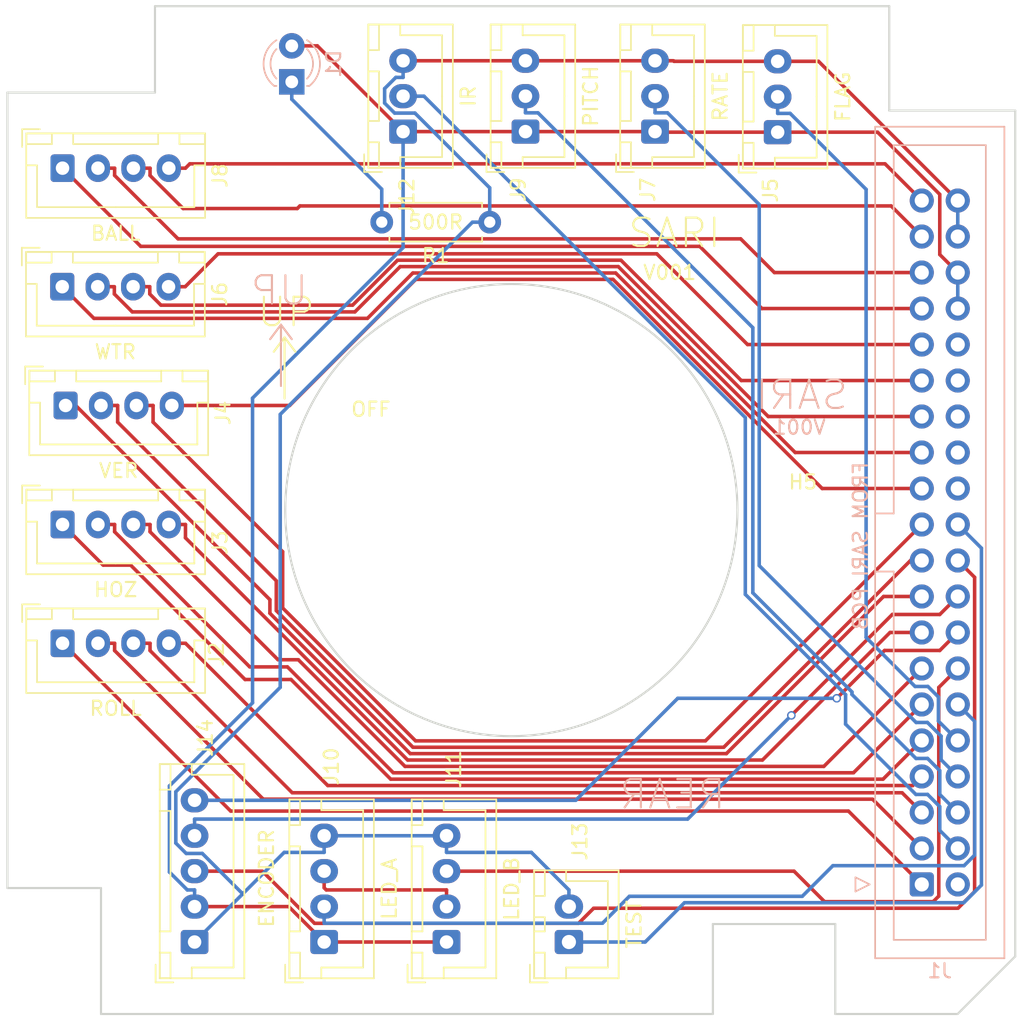
<source format=kicad_pcb>
(kicad_pcb (version 20211014) (generator pcbnew)
  (title_block (date "mar. 31 mars 2015"))
  (layers (0 "F.Cu" signal) (31 "B.Cu" signal) (34 "B.Paste" user) (35 "F.Paste" user) (36 "B.SilkS" user "B.Silkscreen") (37 "F.SilkS" user "F.Silkscreen") (38 "B.Mask" user) (39 "F.Mask" user) (44 "Edge.Cuts" user))
  (net 0 "")
  (net 2 "/GND")
  (net 3 "/ROLL_2B")
  (net 4 "/ROLL_2A")
  (net 5 "/ROLL_1A")
  (net 6 "/ROLL_1B")
  (net 7 "/HOZ_2B")
  (net 8 "/HOZ_2A")
  (net 9 "/HOZ_1A")
  (net 10 "/HOZ_1B")
  (net 11 "/ZERO_IR")
  (net 12 "/SERVO_PITCH")
  (net 13 "/VER_2B")
  (net 14 "/VER_2A")
  (net 15 "/VER_1A")
  (net 16 "/VER_1B")
  (net 17 "/LED_DATA_IN")
  (net 18 "/LED_DATA_OUT")
  (net 19 "/ENCODER_A")
  (net 20 "/ENCODER_B")
  (net 21 "/ENCODER_PUSH")
  (net 22 "/WL_2B")
  (net 23 "/WL_2A")
  (net 24 "/WL_1A")
  (net 25 "/WL_1B")
  (net 26 "/TEST_PUSH")
  (net 27 "/5VDC")
  (net 28 "/BALL_2B")
  (net 29 "/BALL_2A")
  (net 30 "/BALL_1A")
  (net 31 "/BALL_1B")
  (net 32 "/SERVO_RATE")
  (net 33 "/SERVO_FLAG")
  (net 39 "/LED_LOOP")
  (net 40 "Net-(D1-Pad1)")
  (footprint "Connector_JST:JST_XH_B4B-XH-A_1x04_P2.50mm_Vertical" (layer "F.Cu") (at 159.512 103.632 90)
    (fp_text reference "J10" (at 12.386 0.508 90) (layer "F.SilkS"))
    (fp_text value "LED_A" (at 3.75 4.6 90) (layer "F.SilkS"))
    (pad "1" thru_hole roundrect (at 0 0 90) (size 1.7 1.95) (drill 0.95) (layers *.Cu *.Mask) (roundrect_rratio 0.147059) (net 27 "/5VDC"))
    (pad "2" thru_hole oval (at 2.5 0 90) (size 1.7 1.95) (drill 0.95) (layers *.Cu *.Mask) (net 17 "/LED_DATA_IN"))
    (pad "3" thru_hole oval (at 5 0 90) (size 1.7 1.95) (drill 0.95) (layers *.Cu *.Mask) (net 39 "/LED_LOOP"))
    (pad "4" thru_hole oval (at 7.5 0 90) (size 1.7 1.95) (drill 0.95) (layers *.Cu *.Mask) (net 2 "/GND"))
  )
  (footprint "Resistor_THT:R_Axial_DIN0207_L6.3mm_D2.5mm_P7.62mm_Horizontal" (layer "F.Cu") (at 171.196 52.832 180)
    (fp_text reference "R1" (at 3.81 -2.37) (layer "F.SilkS"))
    (fp_text value "R")
    (pad "1" thru_hole circle (at 0 0 180) (size 1.6 1.6) (drill 0.8) (layers *.Cu *.Mask) (net 2 "/GND"))
    (pad "2" thru_hole oval (at 7.62 0 180) (size 1.6 1.6) (drill 0.8) (layers *.Cu *.Mask) (net 40 "Net-(D1-Pad1)"))
  )
  (footprint "Connector_JST:JST_XH_B3B-XH-A_1x03_P2.50mm_Vertical" (layer "F.Cu") (at 165.083 46.442 90)
    (fp_text reference "J12" (at -4.612 0.271 90) (layer "F.SilkS"))
    (fp_text value "IR" (at 2.5 4.6 90) (layer "F.SilkS"))
    (pad "1" thru_hole roundrect (at 0 0 90) (size 1.7 1.95) (drill 0.95) (layers *.Cu *.Mask) (roundrect_rratio 0.147059) (net 27 "/5VDC"))
    (pad "2" thru_hole oval (at 2.5 0 90) (size 1.7 1.95) (drill 0.95) (layers *.Cu *.Mask) (net 11 "/ZERO_IR"))
    (pad "3" thru_hole oval (at 5 0 90) (size 1.7 1.95) (drill 0.95) (layers *.Cu *.Mask) (net 2 "/GND"))
  )
  (footprint "Connector_JST:JST_XH_B4B-XH-A_1x04_P2.50mm_Vertical" (layer "F.Cu") (at 168.148 103.632 90)
    (fp_text reference "J11" (at 12.192 0.508 90) (layer "F.SilkS"))
    (fp_text value "LED_B" (at 3.75 4.6 90) (layer "F.SilkS"))
    (pad "1" thru_hole roundrect (at 0 0 90) (size 1.7 1.95) (drill 0.95) (layers *.Cu *.Mask) (roundrect_rratio 0.147059) (net 27 "/5VDC"))
    (pad "2" thru_hole oval (at 2.5 0 90) (size 1.7 1.95) (drill 0.95) (layers *.Cu *.Mask) (net 39 "/LED_LOOP"))
    (pad "3" thru_hole oval (at 5 0 90) (size 1.7 1.95) (drill 0.95) (layers *.Cu *.Mask) (net 18 "/LED_DATA_OUT"))
    (pad "4" thru_hole oval (at 7.5 0 90) (size 1.7 1.95) (drill 0.95) (layers *.Cu *.Mask) (net 2 "/GND"))
  )
  (footprint "Connector_JST:JST_XH_B4B-XH-A_1x04_P2.50mm_Vertical" (layer "F.Cu") (at 141.05 74.168)
    (fp_text reference "J3" (at 11.116 1.287 90) (layer "F.SilkS"))
    (fp_text value "HOZ" (at 3.75 4.6) (layer "F.SilkS"))
    (pad "1" thru_hole roundrect (at 0 0) (size 1.7 1.95) (drill 0.95) (layers *.Cu *.Mask) (roundrect_rratio 0.147059) (net 10 "/HOZ_1B"))
    (pad "2" thru_hole oval (at 2.5 0) (size 1.7 1.95) (drill 0.95) (layers *.Cu *.Mask) (net 9 "/HOZ_1A"))
    (pad "3" thru_hole oval (at 5 0) (size 1.7 1.95) (drill 0.95) (layers *.Cu *.Mask) (net 8 "/HOZ_2A"))
    (pad "4" thru_hole oval (at 7.5 0) (size 1.7 1.95) (drill 0.95) (layers *.Cu *.Mask) (net 7 "/HOZ_2B"))
  )
  (footprint "Connector_JST:JST_XH_B3B-XH-A_1x03_P2.50mm_Vertical" (layer "F.Cu") (at 182.863 46.442 90)
    (fp_text reference "J7" (at -4.104 -0.508 90) (layer "F.SilkS"))
    (fp_text value "RATE" (at 2.5 4.6 90) (layer "F.SilkS"))
    (pad "1" thru_hole roundrect (at 0 0 90) (size 1.7 1.95) (drill 0.95) (layers *.Cu *.Mask) (roundrect_rratio 0.147059) (net 27 "/5VDC"))
    (pad "2" thru_hole oval (at 2.5 0 90) (size 1.7 1.95) (drill 0.95) (layers *.Cu *.Mask) (net 32 "/SERVO_RATE"))
    (pad "3" thru_hole oval (at 5 0 90) (size 1.7 1.95) (drill 0.95) (layers *.Cu *.Mask) (net 2 "/GND"))
  )
  (footprint "Connector_JST:JST_XH_B3B-XH-A_1x03_P2.50mm_Vertical" (layer "F.Cu") (at 191.516 46.482 90)
    (fp_text reference "J5" (at -4.104 -0.508 90) (layer "F.SilkS"))
    (fp_text value "FLAG" (at 2.5 4.6 90) (layer "F.SilkS"))
    (pad "1" thru_hole roundrect (at 0 0 90) (size 1.7 1.95) (drill 0.95) (layers *.Cu *.Mask) (roundrect_rratio 0.147059) (net 27 "/5VDC"))
    (pad "2" thru_hole oval (at 2.5 0 90) (size 1.7 1.95) (drill 0.95) (layers *.Cu *.Mask) (net 33 "/SERVO_FLAG"))
    (pad "3" thru_hole oval (at 5 0 90) (size 1.7 1.95) (drill 0.95) (layers *.Cu *.Mask) (net 2 "/GND"))
  )
  (footprint "MountingHole:MountingHole_2.5mm" (layer "F.Cu") (at 193.294 97.028)
    (fp_text reference "H1" hide)
    (fp_text value "H1")
    (pad "" np_thru_hole circle (at 0 0) (size 2.5 2.5) (drill 2.5) (layers *.Cu *.Mask))
  )
  (footprint "Connector_JST:JST_XH_B4B-XH-A_1x04_P2.50mm_Vertical" (layer "F.Cu") (at 141.03 57.387)
    (fp_text reference "J6" (at 11.116 0.525 90) (layer "F.SilkS"))
    (fp_text value "WTR" (at 3.75 4.6) (layer "F.SilkS"))
    (pad "1" thru_hole roundrect (at 0 0) (size 1.7 1.95) (drill 0.95) (layers *.Cu *.Mask) (roundrect_rratio 0.147059) (net 25 "/WL_1B"))
    (pad "2" thru_hole oval (at 2.5 0) (size 1.7 1.95) (drill 0.95) (layers *.Cu *.Mask) (net 24 "/WL_1A"))
    (pad "3" thru_hole oval (at 5 0) (size 1.7 1.95) (drill 0.95) (layers *.Cu *.Mask) (net 23 "/WL_2A"))
    (pad "4" thru_hole oval (at 7.5 0) (size 1.7 1.95) (drill 0.95) (layers *.Cu *.Mask) (net 22 "/WL_2B"))
  )
  (footprint "Connector_JST:JST_XH_B2B-XH-A_1x02_P2.50mm_Vertical" (layer "F.Cu") (at 176.784 103.632 90)
    (fp_text reference "J13" (at 7.092 0.779 90) (layer "F.SilkS"))
    (fp_text value "TEST" (at 1.25 4.6 90) (layer "F.SilkS"))
    (pad "1" thru_hole roundrect (at 0 0 90) (size 1.7 2) (drill 1) (layers *.Cu *.Mask) (roundrect_rratio 0.147059) (net 26 "/TEST_PUSH"))
    (pad "2" thru_hole oval (at 2.5 0 90) (size 1.7 2) (drill 1) (layers *.Cu *.Mask) (net 2 "/GND"))
  )
  (footprint "Connector_JST:JST_XH_B4B-XH-A_1x04_P2.50mm_Vertical" (layer "F.Cu") (at 141.264 65.769)
    (fp_text reference "J4" (at 11.116 0.525 90) (layer "F.SilkS"))
    (fp_text value "VER" (at 3.75 4.6) (layer "F.SilkS"))
    (pad "1" thru_hole roundrect (at 0 0) (size 1.7 1.95) (drill 0.95) (layers *.Cu *.Mask) (roundrect_rratio 0.147059) (net 16 "/VER_1B"))
    (pad "2" thru_hole oval (at 2.5 0) (size 1.7 1.95) (drill 0.95) (layers *.Cu *.Mask) (net 15 "/VER_1A"))
    (pad "3" thru_hole oval (at 5 0) (size 1.7 1.95) (drill 0.95) (layers *.Cu *.Mask) (net 14 "/VER_2A"))
    (pad "4" thru_hole oval (at 7.5 0) (size 1.7 1.95) (drill 0.95) (layers *.Cu *.Mask) (net 13 "/VER_2B"))
  )
  (footprint "MountingHole:MountingHole_2.5mm" (layer "F.Cu") (at 193.294 54.61)
    (fp_text reference "H2" hide)
    (fp_text value "H2")
    (pad "" np_thru_hole circle (at 0 0) (size 2.5 2.5) (drill 2.5) (layers *.Cu *.Mask))
  )
  (footprint "Connector_JST:JST_XH_B5B-XH-A_1x05_P2.50mm_Vertical" (layer "F.Cu") (at 150.368 103.632 90)
    (fp_text reference "J14" (at 14.398 0.762 90) (layer "F.SilkS"))
    (fp_text value "ENCODER" (at 4.492 5.08 90) (layer "F.SilkS"))
    (pad "1" thru_hole roundrect (at 0 0 90) (size 1.7 1.95) (drill 0.95) (layers *.Cu *.Mask) (roundrect_rratio 0.147059) (net 2 "/GND"))
    (pad "2" thru_hole oval (at 2.5 0 90) (size 1.7 1.95) (drill 0.95) (layers *.Cu *.Mask) (net 27 "/5VDC"))
    (pad "3" thru_hole oval (at 5 0 90) (size 1.7 1.95) (drill 0.95) (layers *.Cu *.Mask) (net 21 "/ENCODER_PUSH"))
    (pad "4" thru_hole oval (at 7.5 0 90) (size 1.7 1.95) (drill 0.95) (layers *.Cu *.Mask) (net 20 "/ENCODER_B"))
    (pad "5" thru_hole oval (at 10 0 90) (size 1.7 1.95) (drill 0.95) (layers *.Cu *.Mask) (net 19 "/ENCODER_A"))
  )
  (footprint "MountingHole:MountingHole_2.5mm" (layer "F.Cu") (at 193.294 74.676)
    (fp_text reference "H5" (at 0 -3.5) (layer "F.SilkS"))
    (fp_text value "H4")
    (pad "" np_thru_hole circle (at 0 0) (size 2.5 2.5) (drill 2.5) (layers *.Cu *.Mask))
  )
  (footprint "Connector_JST:JST_XH_B4B-XH-A_1x04_P2.50mm_Vertical" (layer "F.Cu") (at 141.05 49.022)
    (fp_text reference "J8" (at 11.116 0.525 90) (layer "F.SilkS"))
    (fp_text value "BALL" (at 3.75 4.6) (layer "F.SilkS"))
    (pad "1" thru_hole roundrect (at 0 0) (size 1.7 1.95) (drill 0.95) (layers *.Cu *.Mask) (roundrect_rratio 0.147059) (net 31 "/BALL_1B"))
    (pad "2" thru_hole oval (at 2.5 0) (size 1.7 1.95) (drill 0.95) (layers *.Cu *.Mask) (net 30 "/BALL_1A"))
    (pad "3" thru_hole oval (at 5 0) (size 1.7 1.95) (drill 0.95) (layers *.Cu *.Mask) (net 29 "/BALL_2A"))
    (pad "4" thru_hole oval (at 7.5 0) (size 1.7 1.95) (drill 0.95) (layers *.Cu *.Mask) (net 28 "/BALL_2B"))
  )
  (footprint "Connector_JST:JST_XH_B3B-XH-A_1x03_P2.50mm_Vertical" (layer "F.Cu") (at 173.719 46.442 90)
    (fp_text reference "J9" (at -4.104 -0.508 90) (layer "F.SilkS"))
    (fp_text value "PITCH" (at 2.5 4.6 90) (layer "F.SilkS"))
    (pad "1" thru_hole roundrect (at 0 0 90) (size 1.7 1.95) (drill 0.95) (layers *.Cu *.Mask) (roundrect_rratio 0.147059) (net 27 "/5VDC"))
    (pad "2" thru_hole oval (at 2.5 0 90) (size 1.7 1.95) (drill 0.95) (layers *.Cu *.Mask) (net 12 "/SERVO_PITCH"))
    (pad "3" thru_hole oval (at 5 0 90) (size 1.7 1.95) (drill 0.95) (layers *.Cu *.Mask) (net 2 "/GND"))
  )
  (footprint "MountingHole:MountingHole_2.5mm" (layer "F.Cu") (at 156.464 50.292)
    (fp_text reference "H4" hide)
    (fp_text value "H4")
    (pad "" np_thru_hole circle (at 0 0) (size 2.5 2.5) (drill 2.5) (layers *.Cu *.Mask))
  )
  (footprint "Connector_JST:JST_XH_B4B-XH-A_1x04_P2.50mm_Vertical" (layer "F.Cu") (at 141.05 82.55)
    (fp_text reference "J2" (at 10.862 0.779 270) (layer "F.SilkS"))
    (fp_text value "ROLL" (at 3.75 4.6) (layer "F.SilkS"))
    (pad "1" thru_hole roundrect (at 0 0) (size 1.7 1.95) (drill 0.95) (layers *.Cu *.Mask) (roundrect_rratio 0.147059) (net 6 "/ROLL_1B"))
    (pad "2" thru_hole oval (at 2.5 0) (size 1.7 1.95) (drill 0.95) (layers *.Cu *.Mask) (net 5 "/ROLL_1A"))
    (pad "3" thru_hole oval (at 5 0) (size 1.7 1.95) (drill 0.95) (layers *.Cu *.Mask) (net 4 "/ROLL_2A"))
    (pad "4" thru_hole oval (at 7.5 0) (size 1.7 1.95) (drill 0.95) (layers *.Cu *.Mask) (net 3 "/ROLL_2B"))
  )
  (footprint "MountingHole:MountingHole_2.5mm" (layer "F.Cu") (at 156.972 87.376)
    (fp_text reference "H3" hide)
    (fp_text value "H3")
    (pad "" np_thru_hole circle (at 0 0) (size 2.5 2.5) (drill 2.5) (layers *.Cu *.Mask))
  )
  (footprint "LED_THT:LED_D3.0mm" (layer "B.Cu") (at 157.226 42.931 90)
    (fp_text reference "D1" (at 1.27 2.96 90) (layer "B.SilkS") (effects (justify mirror)))
    (fp_text value "LED")
    (pad "1" thru_hole rect (at 0 0 90) (size 1.8 1.8) (drill 0.9) (layers *.Cu *.Mask) (net 40 "Net-(D1-Pad1)"))
    (pad "2" thru_hole circle (at 2.54 0 90) (size 1.8 1.8) (drill 0.9) (layers *.Cu *.Mask) (net 27 "/5VDC"))
  )
  (footprint "Connector_IDC:IDC-Header_2x20_P2.54mm_Vertical" (layer "B.Cu") (at 201.6855 99.568)
    (fp_text reference "J1" (at 1.27 6.1) (layer "B.SilkS") (effects (justify mirror)))
    (fp_text value "FROM SARI PCB" (at -4.3275 -23.876 90) (layer "B.SilkS") (effects (justify mirror)))
    (pad "1" thru_hole roundrect (at 0 0) (size 1.7 1.7) (drill 1) (layers *.Cu *.Mask) (roundrect_rratio 0.147059) (net 6 "/ROLL_1B"))
    (pad "2" thru_hole circle (at 2.54 0) (size 1.7 1.7) (drill 1) (layers *.Cu *.Mask))
    (pad "3" thru_hole circle (at 0 -2.54) (size 1.7 1.7) (drill 1) (layers *.Cu *.Mask) (net 5 "/ROLL_1A"))
    (pad "4" thru_hole circle (at 2.54 -2.54) (size 1.7 1.7) (drill 1) (layers *.Cu *.Mask) (net 11 "/ZERO_IR"))
    (pad "5" thru_hole circle (at 0 -5.08) (size 1.7 1.7) (drill 1) (layers *.Cu *.Mask) (net 4 "/ROLL_2A"))
    (pad "6" thru_hole circle (at 2.54 -5.08) (size 1.7 1.7) (drill 1) (layers *.Cu *.Mask) (net 12 "/SERVO_PITCH"))
    (pad "7" thru_hole circle (at 0 -7.62) (size 1.7 1.7) (drill 1) (layers *.Cu *.Mask) (net 3 "/ROLL_2B"))
    (pad "8" thru_hole circle (at 2.54 -7.62) (size 1.7 1.7) (drill 1) (layers *.Cu *.Mask) (net 32 "/SERVO_RATE"))
    (pad "9" thru_hole circle (at 0 -10.16) (size 1.7 1.7) (drill 1) (layers *.Cu *.Mask) (net 10 "/HOZ_1B"))
    (pad "10" thru_hole circle (at 2.54 -10.16) (size 1.7 1.7) (drill 1) (layers *.Cu *.Mask) (net 33 "/SERVO_FLAG"))
    (pad "11" thru_hole circle (at 0 -12.7) (size 1.7 1.7) (drill 1) (layers *.Cu *.Mask) (net 9 "/HOZ_1A"))
    (pad "12" thru_hole circle (at 2.54 -12.7) (size 1.7 1.7) (drill 1) (layers *.Cu *.Mask) (net 17 "/LED_DATA_IN"))
    (pad "13" thru_hole circle (at 0 -15.24) (size 1.7 1.7) (drill 1) (layers *.Cu *.Mask) (net 8 "/HOZ_2A"))
    (pad "14" thru_hole circle (at 2.54 -15.24) (size 1.7 1.7) (drill 1) (layers *.Cu *.Mask) (net 18 "/LED_DATA_OUT"))
    (pad "15" thru_hole circle (at 0 -17.78) (size 1.7 1.7) (drill 1) (layers *.Cu *.Mask) (net 7 "/HOZ_2B"))
    (pad "16" thru_hole circle (at 2.54 -17.78) (size 1.7 1.7) (drill 1) (layers *.Cu *.Mask) (net 19 "/ENCODER_A"))
    (pad "17" thru_hole circle (at 0 -20.32) (size 1.7 1.7) (drill 1) (layers *.Cu *.Mask) (net 16 "/VER_1B"))
    (pad "18" thru_hole circle (at 2.54 -20.32) (size 1.7 1.7) (drill 1) (layers *.Cu *.Mask) (net 20 "/ENCODER_B"))
    (pad "19" thru_hole circle (at 0 -22.86) (size 1.7 1.7) (drill 1) (layers *.Cu *.Mask) (net 15 "/VER_1A"))
    (pad "20" thru_hole circle (at 2.54 -22.86) (size 1.7 1.7) (drill 1) (layers *.Cu *.Mask) (net 21 "/ENCODER_PUSH"))
    (pad "21" thru_hole circle (at 0 -25.4) (size 1.7 1.7) (drill 1) (layers *.Cu *.Mask) (net 14 "/VER_2A"))
    (pad "22" thru_hole circle (at 2.54 -25.4) (size 1.7 1.7) (drill 1) (layers *.Cu *.Mask) (net 26 "/TEST_PUSH"))
    (pad "23" thru_hole circle (at 0 -27.94) (size 1.7 1.7) (drill 1) (layers *.Cu *.Mask) (net 13 "/VER_2B"))
    (pad "24" thru_hole circle (at 2.54 -27.94) (size 1.7 1.7) (drill 1) (layers *.Cu *.Mask))
    (pad "25" thru_hole circle (at 0 -30.48) (size 1.7 1.7) (drill 1) (layers *.Cu *.Mask) (net 25 "/WL_1B"))
    (pad "26" thru_hole circle (at 2.54 -30.48) (size 1.7 1.7) (drill 1) (layers *.Cu *.Mask))
    (pad "27" thru_hole circle (at 0 -33.02) (size 1.7 1.7) (drill 1) (layers *.Cu *.Mask) (net 24 "/WL_1A"))
    (pad "28" thru_hole circle (at 2.54 -33.02) (size 1.7 1.7) (drill 1) (layers *.Cu *.Mask))
    (pad "29" thru_hole circle (at 0 -35.56) (size 1.7 1.7) (drill 1) (layers *.Cu *.Mask) (net 23 "/WL_2A"))
    (pad "30" thru_hole circle (at 2.54 -35.56) (size 1.7 1.7) (drill 1) (layers *.Cu *.Mask))
    (pad "31" thru_hole circle (at 0 -38.1) (size 1.7 1.7) (drill 1) (layers *.Cu *.Mask) (net 22 "/WL_2B"))
    (pad "32" thru_hole circle (at 2.54 -38.1) (size 1.7 1.7) (drill 1) (layers *.Cu *.Mask))
    (pad "33" thru_hole circle (at 0 -40.64) (size 1.7 1.7) (drill 1) (layers *.Cu *.Mask) (net 31 "/BALL_1B"))
    (pad "34" thru_hole circle (at 2.54 -40.64) (size 1.7 1.7) (drill 1) (layers *.Cu *.Mask) (net 27 "/5VDC"))
    (pad "35" thru_hole circle (at 0 -43.18) (size 1.7 1.7) (drill 1) (layers *.Cu *.Mask) (net 30 "/BALL_1A"))
    (pad "36" thru_hole circle (at 2.54 -43.18) (size 1.7 1.7) (drill 1) (layers *.Cu *.Mask) (net 27 "/5VDC"))
    (pad "37" thru_hole circle (at 0 -45.72) (size 1.7 1.7) (drill 1) (layers *.Cu *.Mask) (net 29 "/BALL_2A"))
    (pad "38" thru_hole circle (at 2.54 -45.72) (size 1.7 1.7) (drill 1) (layers *.Cu *.Mask) (net 2 "/GND"))
    (pad "39" thru_hole circle (at 0 -48.26) (size 1.7 1.7) (drill 1) (layers *.Cu *.Mask) (net 28 "/BALL_2B"))
    (pad "40" thru_hole circle (at 2.54 -48.26) (size 1.7 1.7) (drill 1) (layers *.Cu *.Mask) (net 2 "/GND"))
  )
  (gr_line (start 157.226 61.087) (end 156.464 60.071) (layer "B.SilkS") (width 0.15))
  (gr_line (start 156.464 64.389) (end 156.464 60.071) (layer "B.SilkS") (width 0.15))
  (gr_line (start 155.702 61.087) (end 156.464 60.071) (layer "B.SilkS") (width 0.15))
  (gr_line (start 156.718 60.96) (end 156.718 65.278) (layer "F.SilkS") (width 0.15))
  (gr_line (start 156.718 60.96) (end 157.48 61.976) (layer "F.SilkS") (width 0.15))
  (gr_line (start 156.718 60.96) (end 155.956 61.976) (layer "F.SilkS") (width 0.15))
  (gr_line (start 195.58 108.712) (end 204.216 108.712) (layer "Edge.Cuts") (width 0.15))
  (gr_line (start 199.39 44.958) (end 199.39 37.592) (layer "Edge.Cuts") (width 0.15))
  (gr_line (start 137.16 43.688) (end 147.574 43.688) (layer "Edge.Cuts") (width 0.15))
  (gr_line (start 208.28 104.648) (end 204.47 108.458) (layer "Edge.Cuts") (width 0.15))
  (gr_line (start 137.16 99.822) (end 137.16 43.688) (layer "Edge.Cuts") (width 0.15))
  (gr_line (start 208.28 44.958) (end 199.39 44.958) (layer "Edge.Cuts") (width 0.15))
  (gr_line (start 143.764 99.822) (end 137.16 99.822) (layer "Edge.Cuts") (width 0.15))
  (gr_line (start 143.764 108.712) (end 143.764 99.822) (layer "Edge.Cuts") (width 0.15))
  (gr_line (start 195.58 102.362) (end 195.58 108.712) (layer "Edge.Cuts") (width 0.15))
  (gr_circle (center 172.72 73.152) (end 168.91 57.658) (layer "Edge.Cuts") (width 0.15) (fill none))
  (gr_line (start 186.944 108.712) (end 143.764 108.712) (layer "Edge.Cuts") (width 0.15))
  (gr_line (start 208.28 44.958) (end 208.28 104.648) (layer "Edge.Cuts") (width 0.15))
  (gr_line (start 147.574 37.592) (end 199.39 37.592) (layer "Edge.Cuts") (width 0.15))
  (gr_line (start 204.47 108.458) (end 204.216 108.712) (layer "Edge.Cuts") (width 0.15))
  (gr_line (start 186.944 102.362) (end 195.58 102.362) (layer "Edge.Cuts") (width 0.15))
  (gr_line (start 186.944 108.712) (end 186.944 102.362) (layer "Edge.Cuts") (width 0.15))
  (gr_line (start 147.574 43.688) (end 147.574 37.592) (layer "Edge.Cuts") (width 0.15))
  (gr_text "REAR" (at 187.96 93.218) (layer "B.SilkS") (effects (font (size 2 2)) (justify left mirror)))
  (gr_text "SARI" (at 196.596 65.024) (layer "B.SilkS") (effects (font (size 2 2)) (justify left mirror)))
  (gr_text "V001\n" (at 193.04 67.31) (layer "B.SilkS") (effects (font (size 1 1)) (justify mirror)))
  (gr_text "UP\n" (at 158.496 57.658) (layer "B.SilkS") (effects (font (size 2 2)) (justify left mirror)))
  (gr_text "OFF" (at 162.814 66.04) (layer "F.SilkS") (effects (font (size 1 1))))
  (gr_text "UP\n" (at 154.686 59.182) (layer "F.SilkS") (effects (font (size 2 2)) (justify left)))
  (gr_text "SARI" (at 180.848 53.594) (layer "F.SilkS") (effects (font (size 2 2)) (justify left)))
  (gr_text "V001\n" (at 183.896 56.388) (layer "F.SilkS") (effects (font (size 1 1))))
  (gr_text "500R" (at 167.386 52.832) (layer "F.SilkS") (effects (font (size 1 1))))
  (segment (start 182.863 41.442) (end 184.1633 41.442) (width 0.25) (layer "F.Cu") (net 2))
  (segment (start 194.3995 41.482) (end 191.516 41.482) (width 0.25) (layer "F.Cu") (net 2))
  (segment (start 204.2255 51.308) (end 194.3995 41.482) (width 0.25) (layer "F.Cu") (net 2))
  (segment (start 173.719 41.442) (end 165.083 41.442) (width 0.25) (layer "F.Cu") (net 2))
  (segment (start 184.2033 41.482) (end 184.1633 41.442) (width 0.25) (layer "F.Cu") (net 2))
  (segment (start 182.863 41.442) (end 173.719 41.442) (width 0.25) (layer "F.Cu") (net 2))
  (segment (start 191.516 41.482) (end 184.2033 41.482) (width 0.25) (layer "F.Cu") (net 2))
  (segment (start 204.2255 51.308) (end 204.2255 53.848) (width 0.25) (layer "B.Cu") (net 2))
  (segment (start 163.7794 44.4298) (end 164.4845 45.1349) (width 0.25) (layer "B.Cu") (net 2))
  (segment (start 153.7654 100.2346) (end 150.368 103.632) (width 0.25) (layer "B.Cu") (net 2))
  (segment (start 153.7654 100.2346) (end 150.9128 97.382) (width 0.25) (layer "B.Cu") (net 2))
  (segment (start 174.1346 97.3073) (end 176.784 99.9567) (width 0.25) (layer "B.Cu") (net 2))
  (segment (start 176.784 101.132) (end 176.784 99.9567) (width 0.25) (layer "B.Cu") (net 2))
  (segment (start 156.4118 66.3995) (end 169.9793 52.832) (width 0.25) (layer "B.Cu") (net 2))
  (segment (start 149.0434 93.0294) (end 156.4118 85.661) (width 0.25) (layer "B.Cu") (net 2))
  (segment (start 159.512 96.132) (end 159.512 97.3073) (width 0.25) (layer "B.Cu") (net 2))
  (segment (start 149.7754 97.382) (end 149.0434 96.65) (width 0.25) (layer "B.Cu") (net 2))
  (segment (start 149.0434 96.65) (end 149.0434 93.0294) (width 0.25) (layer "B.Cu") (net 2))
  (segment (start 164.4845 45.1349) (end 165.9186 45.1349) (width 0.25) (layer "B.Cu") (net 2))
  (segment (start 169.9793 52.832) (end 171.196 52.832) (width 0.25) (layer "B.Cu") (net 2))
  (segment (start 171.196 50.4123) (end 171.196 52.832) (width 0.25) (layer "B.Cu") (net 2))
  (segment (start 163.7794 43.4067) (end 163.7794 44.4298) (width 0.25) (layer "B.Cu") (net 2))
  (segment (start 156.6927 97.3073) (end 153.7654 100.2346) (width 0.25) (layer "B.Cu") (net 2))
  (segment (start 168.148 96.132) (end 166.8477 96.132) (width 0.25) (layer "B.Cu") (net 2))
  (segment (start 165.083 42.6173) (end 164.5688 42.6173) (width 0.25) (layer "B.Cu") (net 2))
  (segment (start 156.4118 85.661) (end 156.4118 66.3995) (width 0.25) (layer "B.Cu") (net 2))
  (segment (start 159.512 97.3073) (end 156.6927 97.3073) (width 0.25) (layer "B.Cu") (net 2))
  (segment (start 159.512 96.132) (end 160.8123 96.132) (width 0.25) (layer "B.Cu") (net 2))
  (segment (start 165.9186 45.1349) (end 171.196 50.4123) (width 0.25) (layer "B.Cu") (net 2))
  (segment (start 165.083 41.442) (end 165.083 42.6173) (width 0.25) (layer "B.Cu") (net 2))
  (segment (start 164.5688 42.6173) (end 163.7794 43.4067) (width 0.25) (layer "B.Cu") (net 2))
  (segment (start 150.9128 97.382) (end 149.7754 97.382) (width 0.25) (layer "B.Cu") (net 2))
  (segment (start 160.8123 96.132) (end 166.8477 96.132) (width 0.25) (layer "B.Cu") (net 2))
  (segment (start 168.148 96.132) (end 168.148 97.3073) (width 0.25) (layer "B.Cu") (net 2))
  (segment (start 168.148 97.3073) (end 174.1346 97.3073) (width 0.25) (layer "B.Cu") (net 2))
  (segment (start 159.7653 92.59) (end 201.0435 92.59) (width 0.25) (layer "F.Cu") (net 3))
  (segment (start 148.55 82.55) (end 149.7253 82.55) (width 0.25) (layer "F.Cu") (net 3))
  (segment (start 149.7253 82.55) (end 159.7653 92.59) (width 0.25) (layer "F.Cu") (net 3))
  (segment (start 201.0435 92.59) (end 201.6855 91.948) (width 0.25) (layer "F.Cu") (net 3))
  (segment (start 147.2253 82.55) (end 147.2253 83.0642) (width 0.25) (layer "F.Cu") (net 4))
  (segment (start 200.2977 93.1002) (end 201.6855 94.488) (width 0.25) (layer "F.Cu") (net 4))
  (segment (start 147.2253 83.0642) (end 157.2613 93.1002) (width 0.25) (layer "F.Cu") (net 4))
  (segment (start 157.2613 93.1002) (end 200.2977 93.1002) (width 0.25) (layer "F.Cu") (net 4))
  (segment (start 146.05 82.55) (end 147.2253 82.55) (width 0.25) (layer "F.Cu") (net 4))
  (segment (start 143.55 82.55) (end 144.7253 82.55) (width 0.25) (layer "F.Cu") (net 5))
  (segment (start 155.2116 93.5505) (end 198.208 93.5505) (width 0.25) (layer "F.Cu") (net 5))
  (segment (start 144.7253 83.0642) (end 155.2116 93.5505) (width 0.25) (layer "F.Cu") (net 5))
  (segment (start 198.208 93.5505) (end 201.6855 97.028) (width 0.25) (layer "F.Cu") (net 5))
  (segment (start 144.7253 82.55) (end 144.7253 83.0642) (width 0.25) (layer "F.Cu") (net 5))
  (segment (start 141.0739 82.55) (end 152.915 94.3911) (width 0.25) (layer "F.Cu") (net 6))
  (segment (start 196.5086 94.3911) (end 201.6855 99.568) (width 0.25) (layer "F.Cu") (net 6))
  (segment (start 141.05 82.55) (end 141.0739 82.55) (width 0.25) (layer "F.Cu") (net 6))
  (segment (start 152.915 94.3911) (end 196.5086 94.3911) (width 0.25) (layer "F.Cu") (net 6))
  (segment (start 190.4437 90.7888) (end 165.4042 90.7888) (width 0.25) (layer "F.Cu") (net 7))
  (segment (start 148.55 74.168) (end 149.7253 74.168) (width 0.25) (layer "F.Cu") (net 7))
  (segment (start 149.7253 75.1099) (end 149.7253 74.168) (width 0.25) (layer "F.Cu") (net 7))
  (segment (start 201.6855 81.788) (end 199.4445 81.788) (width 0.25) (layer "F.Cu") (net 7))
  (segment (start 165.4042 90.7888) (end 149.7253 75.1099) (width 0.25) (layer "F.Cu") (net 7))
  (segment (start 199.4445 81.788) (end 190.4437 90.7888) (width 0.25) (layer "F.Cu") (net 7))
  (segment (start 165.2174 91.2391) (end 194.7744 91.2391) (width 0.25) (layer "F.Cu") (net 8))
  (segment (start 157.6898 83.7115) (end 165.2174 91.2391) (width 0.25) (layer "F.Cu") (net 8))
  (segment (start 147.2253 74.168) (end 147.2253 74.6822) (width 0.25) (layer "F.Cu") (net 8))
  (segment (start 156.2546 83.7115) (end 157.6898 83.7115) (width 0.25) (layer "F.Cu") (net 8))
  (segment (start 194.7744 91.2391) (end 201.6855 84.328) (width 0.25) (layer "F.Cu") (net 8))
  (segment (start 146.05 74.168) (end 147.2253 74.168) (width 0.25) (layer "F.Cu") (net 8))
  (segment (start 147.2253 74.6822) (end 156.2546 83.7115) (width 0.25) (layer "F.Cu") (net 8))
  (segment (start 143.55 74.168) (end 144.7253 74.168) (width 0.25) (layer "F.Cu") (net 9))
  (segment (start 144.7253 74.6822) (end 154.2602 84.2171) (width 0.25) (layer "F.Cu") (net 9))
  (segment (start 154.2602 84.2171) (end 156.9217 84.2171) (width 0.25) (layer "F.Cu") (net 9))
  (segment (start 144.7253 74.168) (end 144.7253 74.6822) (width 0.25) (layer "F.Cu") (net 9))
  (segment (start 196.8641 91.6894) (end 201.6855 86.868) (width 0.25) (layer "F.Cu") (net 9))
  (segment (start 156.9217 84.2171) (end 164.394 91.6894) (width 0.25) (layer "F.Cu") (net 9))
  (segment (start 164.394 91.6894) (end 196.8641 91.6894) (width 0.25) (layer "F.Cu") (net 9))
  (segment (start 141.05 74.168) (end 143.9164 77.0344) (width 0.25) (layer "F.Cu") (net 10))
  (segment (start 164.2074 92.1397) (end 198.9538 92.1397) (width 0.25) (layer "F.Cu") (net 10))
  (segment (start 157.1747 85.107) (end 164.2074 92.1397) (width 0.25) (layer "F.Cu") (net 10))
  (segment (start 143.9164 77.0344) (end 145.8565 77.0344) (width 0.25) (layer "F.Cu") (net 10))
  (segment (start 198.9538 92.1397) (end 201.6855 89.408) (width 0.25) (layer "F.Cu") (net 10))
  (segment (start 145.8565 77.0344) (end 153.9291 85.107) (width 0.25) (layer "F.Cu") (net 10))
  (segment (start 153.9291 85.107) (end 157.1747 85.107) (width 0.25) (layer "F.Cu") (net 10))
  (segment (start 196.3091 88.2581) (end 196.3091 86.1739) (width 0.25) (layer "B.Cu") (net 11))
  (segment (start 189.2329 66.6198) (end 166.5551 43.942) (width 0.25) (layer "B.Cu") (net 11))
  (segment (start 204.2255 97.028) (end 202.9555 95.758) (width 0.25) (layer "B.Cu") (net 11))
  (segment (start 202.9555 94.0786) (end 202.0949 93.218) (width 0.25) (layer "B.Cu") (net 11))
  (segment (start 189.2329 79.0977) (end 189.2329 66.6198) (width 0.25) (layer "B.Cu") (net 11))
  (segment (start 196.3091 86.1739) (end 189.2329 79.0977) (width 0.25) (layer "B.Cu") (net 11))
  (segment (start 202.9555 95.758) (end 202.9555 94.0786) (width 0.25) (layer "B.Cu") (net 11))
  (segment (start 166.5551 43.942) (end 165.083 43.942) (width 0.25) (layer "B.Cu") (net 11))
  (segment (start 202.0949 93.218) (end 201.269 93.218) (width 0.25) (layer "B.Cu") (net 11))
  (segment (start 201.269 93.218) (end 196.3091 88.2581) (width 0.25) (layer "B.Cu") (net 11))
  (segment (start 189.7642 60.281) (end 174.6005 45.1173) (width 0.25) (layer "B.Cu") (net 12))
  (segment (start 189.7642 78.9921) (end 189.7642 60.281) (width 0.25) (layer "B.Cu") (net 12))
  (segment (start 201.2753 90.678) (end 196.7594 86.1621) (width 0.25) (layer "B.Cu") (net 12))
  (segment (start 174.6005 45.1173) (end 173.719 45.1173) (width 0.25) (layer "B.Cu") (net 12))
  (segment (start 202.0949 90.678) (end 201.2753 90.678) (width 0.25) (layer "B.Cu") (net 12))
  (segment (start 204.2255 94.488) (end 202.9555 93.218) (width 0.25) (layer "B.Cu") (net 12))
  (segment (start 196.7594 86.1621) (end 196.7594 85.9873) (width 0.25) (layer "B.Cu") (net 12))
  (segment (start 202.9555 93.218) (end 202.9555 91.5386) (width 0.25) (layer "B.Cu") (net 12))
  (segment (start 202.9555 91.5386) (end 202.0949 90.678) (width 0.25) (layer "B.Cu") (net 12))
  (segment (start 173.719 43.942) (end 173.719 45.1173) (width 0.25) (layer "B.Cu") (net 12))
  (segment (start 196.7594 85.9873) (end 189.7642 78.9921) (width 0.25) (layer "B.Cu") (net 12))
  (segment (start 148.764 65.769) (end 157.0786 65.769) (width 0.25) (layer "F.Cu") (net 13))
  (segment (start 194.6572 71.628) (end 201.6855 71.628) (width 0.25) (layer "F.Cu") (net 13))
  (segment (start 179.8992 56.87) (end 194.6572 71.628) (width 0.25) (layer "F.Cu") (net 13))
  (segment (start 157.0786 65.769) (end 165.9776 56.87) (width 0.25) (layer "F.Cu") (net 13))
  (segment (start 165.9776 56.87) (end 179.8992 56.87) (width 0.25) (layer "F.Cu") (net 13))
  (segment (start 156.5837 76.0887) (end 147.4393 66.9443) (width 0.25) (layer "F.Cu") (net 14))
  (segment (start 156.5837 80.0576) (end 156.5837 76.0887) (width 0.25) (layer "F.Cu") (net 14))
  (segment (start 146.264 65.769) (end 147.4393 65.769) (width 0.25) (layer "F.Cu") (net 14))
  (segment (start 147.4393 66.9443) (end 147.4393 65.769) (width 0.25) (layer "F.Cu") (net 14))
  (segment (start 165.9639 89.4378) (end 156.5837 80.0576) (width 0.25) (layer "F.Cu") (net 14))
  (segment (start 201.6855 74.168) (end 186.4157 89.4378) (width 0.25) (layer "F.Cu") (net 14))
  (segment (start 186.4157 89.4378) (end 165.9639 89.4378) (width 0.25) (layer "F.Cu") (net 14))
  (segment (start 156.1333 80.2441) (end 156.1333 78.1383) (width 0.25) (layer "F.Cu") (net 15))
  (segment (start 143.764 65.769) (end 144.9393 65.769) (width 0.25) (layer "F.Cu") (net 15))
  (segment (start 165.7773 89.8881) (end 156.1333 80.2441) (width 0.25) (layer "F.Cu") (net 15))
  (segment (start 201.6855 76.708) (end 200.8915 76.708) (width 0.25) (layer "F.Cu") (net 15))
  (segment (start 187.7114 89.8881) (end 165.7773 89.8881) (width 0.25) (layer "F.Cu") (net 15))
  (segment (start 144.9393 66.9443) (end 144.9393 65.769) (width 0.25) (layer "F.Cu") (net 15))
  (segment (start 200.8915 76.708) (end 187.7114 89.8881) (width 0.25) (layer "F.Cu") (net 15))
  (segment (start 156.1333 78.1383) (end 144.9393 66.9443) (width 0.25) (layer "F.Cu") (net 15))
  (segment (start 155.683 79.4754) (end 141.9766 65.769) (width 0.25) (layer "F.Cu") (net 16))
  (segment (start 201.6855 79.248) (end 198.9884 79.248) (width 0.25) (layer "F.Cu") (net 16))
  (segment (start 141.9766 65.769) (end 141.264 65.769) (width 0.25) (layer "F.Cu") (net 16))
  (segment (start 165.5907 90.3384) (end 155.683 80.4307) (width 0.25) (layer "F.Cu") (net 16))
  (segment (start 198.9884 79.248) (end 187.898 90.3384) (width 0.25) (layer "F.Cu") (net 16))
  (segment (start 155.683 80.4307) (end 155.683 79.4754) (width 0.25) (layer "F.Cu") (net 16))
  (segment (start 187.898 90.3384) (end 165.5907 90.3384) (width 0.25) (layer "F.Cu") (net 16))
  (segment (start 205.4197 88.0622) (end 205.4197 97.4973) (width 0.25) (layer "B.Cu") (net 17))
  (segment (start 159.512 101.132) (end 159.512 102.3073) (width 0.25) (layer "B.Cu") (net 17))
  (segment (start 204.6724 98.2446) (end 195.4147 98.2446) (width 0.25) (layer "B.Cu") (net 17))
  (segment (start 204.2255 86.868) (end 205.4197 88.0622) (width 0.25) (layer "B.Cu") (net 17))
  (segment (start 179.1533 102.3073) (end 159.512 102.3073) (width 0.25) (layer "B.Cu") (net 17))
  (segment (start 181.0534 100.4072) (end 179.1533 102.3073) (width 0.25) (layer "B.Cu") (net 17))
  (segment (start 195.4147 98.2446) (end 193.2521 100.4072) (width 0.25) (layer "B.Cu") (net 17))
  (segment (start 193.2521 100.4072) (end 181.0534 100.4072) (width 0.25) (layer "B.Cu") (net 17))
  (segment (start 205.4197 97.4973) (end 204.6724 98.2446) (width 0.25) (layer "B.Cu") (net 17))
  (segment (start 202.8858 85.6677) (end 202.8858 100.3905) (width 0.25) (layer "F.Cu") (net 18))
  (segment (start 192.6701 98.632) (end 168.148 98.632) (width 0.25) (layer "F.Cu") (net 18))
  (segment (start 202.8858 100.3905) (end 202.4914 100.7849) (width 0.25) (layer "F.Cu") (net 18))
  (segment (start 202.4914 100.7849) (end 194.823 100.7849) (width 0.25) (layer "F.Cu") (net 18))
  (segment (start 194.823 100.7849) (end 192.6701 98.632) (width 0.25) (layer "F.Cu") (net 18))
  (segment (start 204.2255 84.328) (end 202.8858 85.6677) (width 0.25) (layer "F.Cu") (net 18))
  (segment (start 202.9555 83.058) (end 199.0588 83.058) (width 0.25) (layer "F.Cu") (net 19))
  (segment (start 199.0588 83.058) (end 195.6838 86.433) (width 0.25) (layer "F.Cu") (net 19))
  (segment (start 204.2255 81.788) (end 202.9555 83.058) (width 0.25) (layer "F.Cu") (net 19))
  (via (at 195.6838 86.433) (size 0.6) (drill 0.4) (layers "F.Cu" "B.Cu") (net 19))
  (segment (start 195.6838 86.433) (end 184.4658 86.433) (width 0.25) (layer "B.Cu") (net 19))
  (segment (start 184.4658 86.433) (end 177.2668 93.632) (width 0.25) (layer "B.Cu") (net 19))
  (segment (start 177.2668 93.632) (end 150.368 93.632) (width 0.25) (layer "B.Cu") (net 19))
  (segment (start 204.2255 79.248) (end 202.9555 80.518) (width 0.25) (layer "F.Cu") (net 20))
  (segment (start 202.9555 80.518) (end 199.6044 80.518) (width 0.25) (layer "F.Cu") (net 20))
  (segment (start 199.6044 80.518) (end 192.4834 87.639) (width 0.25) (layer "F.Cu") (net 20))
  (via (at 192.4834 87.639) (size 0.6) (drill 0.4) (layers "F.Cu" "B.Cu") (net 20))
  (segment (start 185.1657 94.9567) (end 150.368 94.9567) (width 0.25) (layer "B.Cu") (net 20))
  (segment (start 150.368 96.132) (end 150.368 94.9567) (width 0.25) (layer "B.Cu") (net 20))
  (segment (start 192.4834 87.639) (end 185.1657 94.9567) (width 0.25) (layer "B.Cu") (net 20))
  (segment (start 178.5315 101.2476) (end 177.4669 102.3122) (width 0.25) (layer "F.Cu") (net 21))
  (segment (start 155.149 98.632) (end 150.368 98.632) (width 0.25) (layer "F.Cu") (net 21))
  (segment (start 205.4148 77.8973) (end 205.4148 100.0732) (width 0.25) (layer "F.Cu") (net 21))
  (segment (start 158.8292 102.3122) (end 155.149 98.632) (width 0.25) (layer "F.Cu") (net 21))
  (segment (start 177.4669 102.3122) (end 158.8292 102.3122) (width 0.25) (layer "F.Cu") (net 21))
  (segment (start 204.2255 76.708) (end 205.4148 77.8973) (width 0.25) (layer "F.Cu") (net 21))
  (segment (start 205.4148 100.0732) (end 204.2404 101.2476) (width 0.25) (layer "F.Cu") (net 21))
  (segment (start 204.2404 101.2476) (end 178.5315 101.2476) (width 0.25) (layer "F.Cu") (net 21))
  (segment (start 152.0261 55.0662) (end 149.7053 57.387) (width 0.25) (layer "F.Cu") (net 22))
  (segment (start 148.53 57.387) (end 149.7053 57.387) (width 0.25) (layer "F.Cu") (net 22))
  (segment (start 201.6855 61.468) (end 189.3885 61.468) (width 0.25) (layer "F.Cu") (net 22))
  (segment (start 182.9867 55.0662) (end 152.0261 55.0662) (width 0.25) (layer "F.Cu") (net 22))
  (segment (start 189.3885 61.468) (end 182.9867 55.0662) (width 0.25) (layer "F.Cu") (net 22))
  (segment (start 147.2053 57.9012) (end 147.9934 58.6893) (width 0.25) (layer "F.Cu") (net 23))
  (segment (start 161.5206 58.6893) (end 164.6927 55.5172) (width 0.25) (layer "F.Cu") (net 23))
  (segment (start 180.4571 55.5172) (end 188.9479 64.008) (width 0.25) (layer "F.Cu") (net 23))
  (segment (start 147.2053 57.387) (end 147.2053 57.9012) (width 0.25) (layer "F.Cu") (net 23))
  (segment (start 188.9479 64.008) (end 201.6855 64.008) (width 0.25) (layer "F.Cu") (net 23))
  (segment (start 147.9934 58.6893) (end 161.5206 58.6893) (width 0.25) (layer "F.Cu") (net 23))
  (segment (start 146.03 57.387) (end 147.2053 57.387) (width 0.25) (layer "F.Cu") (net 23))
  (segment (start 164.6927 55.5172) (end 180.4571 55.5172) (width 0.25) (layer "F.Cu") (net 23))
  (segment (start 143.53 57.387) (end 144.7053 57.387) (width 0.25) (layer "F.Cu") (net 24))
  (segment (start 161.681 59.1658) (end 164.8788 55.968) (width 0.25) (layer "F.Cu") (net 24))
  (segment (start 144.7053 57.387) (end 144.7053 57.9012) (width 0.25) (layer "F.Cu") (net 24))
  (segment (start 180.271 55.968) (end 190.851 66.548) (width 0.25) (layer "F.Cu") (net 24))
  (segment (start 164.8788 55.968) (end 180.271 55.968) (width 0.25) (layer "F.Cu") (net 24))
  (segment (start 145.9699 59.1658) (end 161.681 59.1658) (width 0.25) (layer "F.Cu") (net 24))
  (segment (start 144.7053 57.9012) (end 145.9699 59.1658) (width 0.25) (layer "F.Cu") (net 24))
  (segment (start 190.851 66.548) (end 201.6855 66.548) (width 0.25) (layer "F.Cu") (net 24))
  (segment (start 143.2644 59.6214) (end 162.5694 59.6214) (width 0.25) (layer "F.Cu") (net 25))
  (segment (start 192.7541 69.088) (end 201.6855 69.088) (width 0.25) (layer "F.Cu") (net 25))
  (segment (start 141.03 57.387) (end 143.2644 59.6214) (width 0.25) (layer "F.Cu") (net 25))
  (segment (start 180.0857 56.4196) (end 192.7541 69.088) (width 0.25) (layer "F.Cu") (net 25))
  (segment (start 162.5694 59.6214) (end 165.7712 56.4196) (width 0.25) (layer "F.Cu") (net 25))
  (segment (start 165.7712 56.4196) (end 180.0857 56.4196) (width 0.25) (layer "F.Cu") (net 25))
  (segment (start 182.1659 103.632) (end 176.784 103.632) (width 0.25) (layer "B.Cu") (net 26))
  (segment (start 205.8954 99.6134) (end 204.6512 100.8576) (width 0.25) (layer "B.Cu") (net 26))
  (segment (start 204.2255 74.168) (end 205.8954 75.8379) (width 0.25) (layer "B.Cu") (net 26))
  (segment (start 204.6512 100.8576) (end 184.9403 100.8576) (width 0.25) (layer "B.Cu") (net 26))
  (segment (start 205.8954 75.8379) (end 205.8954 99.6134) (width 0.25) (layer "B.Cu") (net 26))
  (segment (start 184.9403 100.8576) (end 182.1659 103.632) (width 0.25) (layer "B.Cu") (net 26))
  (segment (start 202.9555 55.118) (end 202.9555 50.873) (width 0.25) (layer "F.Cu") (net 27))
  (segment (start 191.516 46.482) (end 182.903 46.482) (width 0.25) (layer "F.Cu") (net 27))
  (segment (start 173.719 46.442) (end 165.083 46.442) (width 0.25) (layer "F.Cu") (net 27))
  (segment (start 182.863 46.442) (end 173.719 46.442) (width 0.25) (layer "F.Cu") (net 27))
  (segment (start 168.148 103.632) (end 159.512 103.632) (width 0.25) (layer "F.Cu") (net 27))
  (segment (start 182.903 46.482) (end 182.863 46.442) (width 0.25) (layer "F.Cu") (net 27))
  (segment (start 202.9555 50.873) (end 198.5645 46.482) (width 0.25) (layer "F.Cu") (net 27))
  (segment (start 165.083 46.442) (end 159.032 40.391) (width 0.25) (layer "F.Cu") (net 27))
  (segment (start 159.032 40.391) (end 157.226 40.391) (width 0.25) (layer "F.Cu") (net 27))
  (segment (start 198.5645 46.482) (end 191.516 46.482) (width 0.25) (layer "F.Cu") (net 27))
  (segment (start 157.012 101.132) (end 159.512 103.632) (width 0.25) (layer "F.Cu") (net 27))
  (segment (start 204.2255 56.388) (end 202.9555 55.118) (width 0.25) (layer "F.Cu") (net 27))
  (segment (start 150.368 101.132) (end 157.012 101.132) (width 0.25) (layer "F.Cu") (net 27))
  (segment (start 148.5931 98.696) (end 149.8538 99.9567) (width 0.25) (layer "B.Cu") (net 27))
  (segment (start 150.368 101.132) (end 150.368 99.9567) (width 0.25) (layer "B.Cu") (net 27))
  (segment (start 165.083 54.6258) (end 154.4583 65.2505) (width 0.25) (layer "B.Cu") (net 27))
  (segment (start 154.4583 86.7523) (end 148.5931 92.6175) (width 0.25) (layer "B.Cu") (net 27))
  (segment (start 154.4583 65.2505) (end 154.4583 86.7523) (width 0.25) (layer "B.Cu") (net 27))
  (segment (start 148.5931 92.6175) (end 148.5931 98.696) (width 0.25) (layer "B.Cu") (net 27))
  (segment (start 165.083 46.442) (end 165.083 54.6258) (width 0.25) (layer "B.Cu") (net 27))
  (segment (start 149.8538 99.9567) (end 150.368 99.9567) (width 0.25) (layer "B.Cu") (net 27))
  (segment (start 204.2255 56.388) (end 204.2255 58.928) (width 0.25) (layer "B.Cu") (net 27))
  (segment (start 150.0307 48.7166) (end 149.7253 49.022) (width 0.25) (layer "F.Cu") (net 28))
  (segment (start 199.0941 48.7166) (end 150.0307 48.7166) (width 0.25) (layer "F.Cu") (net 28))
  (segment (start 201.6855 51.308) (end 199.0941 48.7166) (width 0.25) (layer "F.Cu") (net 28))
  (segment (start 148.55 49.022) (end 149.7253 49.022) (width 0.25) (layer "F.Cu") (net 28))
  (segment (start 199.5242 51.6867) (end 201.6855 53.848) (width 0.25) (layer "F.Cu") (net 29))
  (segment (start 146.05 49.022) (end 147.2253 49.022) (width 0.25) (layer "F.Cu") (net 29))
  (segment (start 147.2253 49.022) (end 147.2253 49.5362) (width 0.25) (layer "F.Cu") (net 29))
  (segment (start 157.8009 51.6867) (end 199.5242 51.6867) (width 0.25) (layer "F.Cu") (net 29))
  (segment (start 149.559 51.8699) (end 157.6177 51.8699) (width 0.25) (layer "F.Cu") (net 29))
  (segment (start 147.2253 49.5362) (end 149.559 51.8699) (width 0.25) (layer "F.Cu") (net 29))
  (segment (start 157.6177 51.8699) (end 157.8009 51.6867) (width 0.25) (layer "F.Cu") (net 29))
  (segment (start 149.2005 54.0114) (end 144.7253 49.5362) (width 0.25) (layer "F.Cu") (net 30))
  (segment (start 144.7253 49.5362) (end 144.7253 49.022) (width 0.25) (layer "F.Cu") (net 30))
  (segment (start 188.9079 54.0114) (end 149.2005 54.0114) (width 0.25) (layer "F.Cu") (net 30))
  (segment (start 143.55 49.022) (end 144.7253 49.022) (width 0.25) (layer "F.Cu") (net 30))
  (segment (start 191.2845 56.388) (end 188.9079 54.0114) (width 0.25) (layer "F.Cu") (net 30))
  (segment (start 201.6855 56.388) (end 191.2845 56.388) (width 0.25) (layer "F.Cu") (net 30))
  (segment (start 186.0161 54.5409) (end 146.5689 54.5409) (width 0.25) (layer "F.Cu") (net 31))
  (segment (start 190.4032 58.928) (end 186.0161 54.5409) (width 0.25) (layer "F.Cu") (net 31))
  (segment (start 201.6855 58.928) (end 190.4032 58.928) (width 0.25) (layer "F.Cu") (net 31))
  (segment (start 146.5689 54.5409) (end 141.05 49.022) (width 0.25) (layer "F.Cu") (net 31))
  (segment (start 182.863 43.942) (end 182.863 45.1173) (width 0.25) (layer "B.Cu") (net 32))
  (segment (start 183.7445 45.1173) (end 182.863 45.1173) (width 0.25) (layer "B.Cu") (net 32))
  (segment (start 203.0501 89.1032) (end 202.0849 88.138) (width 0.25) (layer "B.Cu") (net 32))
  (segment (start 190.2146 77.0673) (end 190.2146 51.5874) (width 0.25) (layer "B.Cu") (net 32))
  (segment (start 203.0501 90.7726) (end 203.0501 89.1032) (width 0.25) (layer "B.Cu") (net 32))
  (segment (start 201.2853 88.138) (end 190.2146 77.0673) (width 0.25) (layer "B.Cu") (net 32))
  (segment (start 204.2255 91.948) (end 203.0501 90.7726) (width 0.25) (layer "B.Cu") (net 32))
  (segment (start 202.0849 88.138) (end 201.2853 88.138) (width 0.25) (layer "B.Cu") (net 32))
  (segment (start 190.2146 51.5874) (end 183.7445 45.1173) (width 0.25) (layer "B.Cu") (net 32))
  (segment (start 201.2129 85.598) (end 197.7569 82.142) (width 0.25) (layer "B.Cu") (net 33))
  (segment (start 202.8609 88.0434) (end 202.8609 86.3424) (width 0.25) (layer "B.Cu") (net 33))
  (segment (start 191.516 43.982) (end 191.516 45.1573) (width 0.25) (layer "B.Cu") (net 33))
  (segment (start 204.2255 89.408) (end 202.8609 88.0434) (width 0.25) (layer "B.Cu") (net 33))
  (segment (start 197.7569 82.142) (end 197.7569 50.5167) (width 0.25) (layer "B.Cu") (net 33))
  (segment (start 202.8609 86.3424) (end 202.1165 85.598) (width 0.25) (layer "B.Cu") (net 33))
  (segment (start 202.1165 85.598) (end 201.2129 85.598) (width 0.25) (layer "B.Cu") (net 33))
  (segment (start 192.3975 45.1573) (end 191.516 45.1573) (width 0.25) (layer "B.Cu") (net 33))
  (segment (start 197.7569 50.5167) (end 192.3975 45.1573) (width 0.25) (layer "B.Cu") (net 33))
  (segment (start 159.6614 99.9567) (end 159.512 99.8073) (width 0.25) (layer "F.Cu") (net 39))
  (segment (start 159.512 98.632) (end 159.512 99.8073) (width 0.25) (layer "F.Cu") (net 39))
  (segment (start 168.148 99.9567) (end 159.6614 99.9567) (width 0.25) (layer "F.Cu") (net 39))
  (segment (start 168.148 101.132) (end 168.148 99.9567) (width 0.25) (layer "F.Cu") (net 39))
  (segment (start 163.576 50.5063) (end 163.576 52.832) (width 0.25) (layer "B.Cu") (net 40))
  (segment (start 157.226 42.931) (end 157.226 44.1563) (width 0.25) (layer "B.Cu") (net 40))
  (segment (start 157.226 44.1563) (end 163.576 50.5063) (width 0.25) (layer "B.Cu") (net 40))
)
</source>
